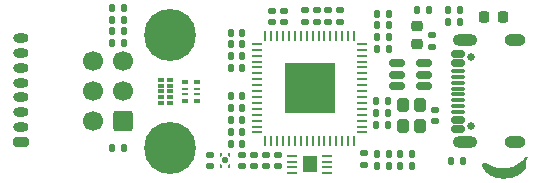
<source format=gbr>
%TF.GenerationSoftware,KiCad,Pcbnew,9.0.6*%
%TF.CreationDate,2025-12-29T16:38:57+01:00*%
%TF.ProjectId,Programmer_Board,50726f67-7261-46d6-9d65-725f426f6172,1.0*%
%TF.SameCoordinates,Original*%
%TF.FileFunction,Soldermask,Top*%
%TF.FilePolarity,Negative*%
%FSLAX46Y46*%
G04 Gerber Fmt 4.6, Leading zero omitted, Abs format (unit mm)*
G04 Created by KiCad (PCBNEW 9.0.6) date 2025-12-29 16:38:57*
%MOMM*%
%LPD*%
G01*
G04 APERTURE LIST*
G04 Aperture macros list*
%AMRoundRect*
0 Rectangle with rounded corners*
0 $1 Rounding radius*
0 $2 $3 $4 $5 $6 $7 $8 $9 X,Y pos of 4 corners*
0 Add a 4 corners polygon primitive as box body*
4,1,4,$2,$3,$4,$5,$6,$7,$8,$9,$2,$3,0*
0 Add four circle primitives for the rounded corners*
1,1,$1+$1,$2,$3*
1,1,$1+$1,$4,$5*
1,1,$1+$1,$6,$7*
1,1,$1+$1,$8,$9*
0 Add four rect primitives between the rounded corners*
20,1,$1+$1,$2,$3,$4,$5,0*
20,1,$1+$1,$4,$5,$6,$7,0*
20,1,$1+$1,$6,$7,$8,$9,0*
20,1,$1+$1,$8,$9,$2,$3,0*%
%AMFreePoly0*
4,1,6,0.180000,0.075000,0.000000,-0.105000,-0.180000,-0.105000,-0.180000,0.105000,0.180000,0.105000,0.180000,0.075000,0.180000,0.075000,$1*%
%AMFreePoly1*
4,1,6,0.180000,-0.075000,0.180000,-0.105000,-0.180000,-0.105000,-0.180000,0.105000,0.000000,0.105000,0.180000,-0.075000,0.180000,-0.075000,$1*%
%AMFreePoly2*
4,1,6,0.180000,-0.105000,0.000000,-0.105000,-0.180000,0.075000,-0.180000,0.105000,0.180000,0.105000,0.180000,-0.105000,0.180000,-0.105000,$1*%
%AMFreePoly3*
4,1,6,0.180000,-0.105000,-0.180000,-0.105000,-0.180000,-0.075000,0.000000,0.105000,0.180000,0.105000,0.180000,-0.105000,0.180000,-0.105000,$1*%
G04 Aperture macros list end*
%ADD10C,0.000000*%
%ADD11RoundRect,0.140000X0.140000X0.170000X-0.140000X0.170000X-0.140000X-0.170000X0.140000X-0.170000X0*%
%ADD12RoundRect,0.135000X0.135000X0.185000X-0.135000X0.185000X-0.135000X-0.185000X0.135000X-0.185000X0*%
%ADD13RoundRect,0.135000X-0.135000X-0.185000X0.135000X-0.185000X0.135000X0.185000X-0.135000X0.185000X0*%
%ADD14RoundRect,0.062500X0.337500X0.062500X-0.337500X0.062500X-0.337500X-0.062500X0.337500X-0.062500X0*%
%ADD15RoundRect,0.062500X0.062500X0.337500X-0.062500X0.337500X-0.062500X-0.337500X0.062500X-0.337500X0*%
%ADD16R,4.350000X4.350000*%
%ADD17RoundRect,0.135000X0.185000X-0.135000X0.185000X0.135000X-0.185000X0.135000X-0.185000X-0.135000X0*%
%ADD18RoundRect,0.147500X0.172500X-0.147500X0.172500X0.147500X-0.172500X0.147500X-0.172500X-0.147500X0*%
%ADD19RoundRect,0.250000X0.250000X-0.325000X0.250000X0.325000X-0.250000X0.325000X-0.250000X-0.325000X0*%
%ADD20RoundRect,0.147500X0.147500X0.172500X-0.147500X0.172500X-0.147500X-0.172500X0.147500X-0.172500X0*%
%ADD21RoundRect,0.075000X0.200000X-0.075000X0.200000X0.075000X-0.200000X0.075000X-0.200000X-0.075000X0*%
%ADD22RoundRect,0.140000X-0.170000X0.140000X-0.170000X-0.140000X0.170000X-0.140000X0.170000X0.140000X0*%
%ADD23FreePoly0,270.000000*%
%ADD24FreePoly1,270.000000*%
%ADD25FreePoly2,270.000000*%
%ADD26FreePoly3,270.000000*%
%ADD27RoundRect,0.120000X-0.169706X0.000000X0.000000X-0.169706X0.169706X0.000000X0.000000X0.169706X0*%
%ADD28RoundRect,0.140000X0.170000X-0.140000X0.170000X0.140000X-0.170000X0.140000X-0.170000X-0.140000X0*%
%ADD29RoundRect,0.062500X0.325000X0.062500X-0.325000X0.062500X-0.325000X-0.062500X0.325000X-0.062500X0*%
%ADD30R,1.300000X1.400000*%
%ADD31R,0.550000X0.365000*%
%ADD32R,0.550000X0.250000*%
%ADD33RoundRect,0.218750X0.218750X0.256250X-0.218750X0.256250X-0.218750X-0.256250X0.218750X-0.256250X0*%
%ADD34C,0.700000*%
%ADD35C,4.400000*%
%ADD36RoundRect,0.150000X0.512500X0.150000X-0.512500X0.150000X-0.512500X-0.150000X0.512500X-0.150000X0*%
%ADD37RoundRect,0.250000X0.600000X0.600000X-0.600000X0.600000X-0.600000X-0.600000X0.600000X-0.600000X0*%
%ADD38C,1.700000*%
%ADD39RoundRect,0.225000X0.250000X-0.225000X0.250000X0.225000X-0.250000X0.225000X-0.250000X-0.225000X0*%
%ADD40RoundRect,0.147500X-0.147500X-0.172500X0.147500X-0.172500X0.147500X0.172500X-0.147500X0.172500X0*%
%ADD41C,0.650000*%
%ADD42RoundRect,0.150000X0.425000X-0.150000X0.425000X0.150000X-0.425000X0.150000X-0.425000X-0.150000X0*%
%ADD43RoundRect,0.075000X0.500000X-0.075000X0.500000X0.075000X-0.500000X0.075000X-0.500000X-0.075000X0*%
%ADD44O,2.100000X1.000000*%
%ADD45O,1.800000X1.000000*%
%ADD46RoundRect,0.200000X0.450000X-0.200000X0.450000X0.200000X-0.450000X0.200000X-0.450000X-0.200000X0*%
%ADD47O,1.300000X0.800000*%
G04 APERTURE END LIST*
D10*
%TO.C,G\u002A\u002A\u002A*%
G36*
X177067046Y-109327056D02*
G01*
X177074630Y-109339590D01*
X177080075Y-109363282D01*
X177083044Y-109395197D01*
X177083198Y-109432407D01*
X177081862Y-109455272D01*
X177077364Y-109510207D01*
X177096251Y-109498316D01*
X177109789Y-109488349D01*
X177130289Y-109471584D01*
X177154299Y-109450880D01*
X177166468Y-109440014D01*
X177194506Y-109414949D01*
X177214295Y-109398450D01*
X177227967Y-109389389D01*
X177237651Y-109386646D01*
X177245484Y-109389094D01*
X177252503Y-109394618D01*
X177268929Y-109405663D01*
X177289564Y-109415233D01*
X177290074Y-109415417D01*
X177313938Y-109423897D01*
X177259258Y-109508145D01*
X177234147Y-109547753D01*
X177215444Y-109580417D01*
X177201685Y-109610051D01*
X177191397Y-109640559D01*
X177183113Y-109675857D01*
X177175367Y-109719857D01*
X177172204Y-109740011D01*
X177169377Y-109762826D01*
X177167648Y-109788743D01*
X177167036Y-109819731D01*
X177167560Y-109857760D01*
X177169232Y-109904798D01*
X177172071Y-109962809D01*
X177174395Y-110004690D01*
X177174413Y-110046870D01*
X177170712Y-110097849D01*
X177163886Y-110152898D01*
X177154532Y-110207291D01*
X177143240Y-110256293D01*
X177142329Y-110259635D01*
X177125127Y-110309585D01*
X177099264Y-110367485D01*
X177065830Y-110430973D01*
X177047769Y-110462150D01*
X176985247Y-110554239D01*
X176909635Y-110643198D01*
X176821815Y-110728469D01*
X176722668Y-110809509D01*
X176613067Y-110885753D01*
X176493896Y-110956651D01*
X176366029Y-111021654D01*
X176230351Y-111080207D01*
X176087734Y-111131753D01*
X175939060Y-111175741D01*
X175898043Y-111186238D01*
X175755761Y-111218237D01*
X175618926Y-111242059D01*
X175483385Y-111258152D01*
X175344983Y-111266964D01*
X175199564Y-111268945D01*
X175140626Y-111267974D01*
X174957653Y-111256520D01*
X174776681Y-111231019D01*
X174597957Y-111191519D01*
X174421724Y-111138062D01*
X174389928Y-111126833D01*
X174281206Y-111082355D01*
X174170861Y-111027400D01*
X174062653Y-110964199D01*
X173960342Y-110894979D01*
X173867686Y-110821966D01*
X173850842Y-110807281D01*
X173826568Y-110785380D01*
X173805687Y-110765891D01*
X173790913Y-110751382D01*
X173785679Y-110745593D01*
X173774126Y-110732532D01*
X173758678Y-110717342D01*
X173758133Y-110716842D01*
X173743843Y-110702204D01*
X173722449Y-110677792D01*
X173693547Y-110643141D01*
X173656745Y-110597779D01*
X173637383Y-110573596D01*
X173625220Y-110557007D01*
X173617612Y-110544105D01*
X173616753Y-110541781D01*
X173609292Y-110529710D01*
X173606965Y-110527767D01*
X173598659Y-110518030D01*
X173585139Y-110497615D01*
X173567549Y-110468532D01*
X173547035Y-110432805D01*
X173524746Y-110392448D01*
X173501821Y-110349480D01*
X173479412Y-110305919D01*
X173468044Y-110283096D01*
X173455934Y-110255732D01*
X173441665Y-110219317D01*
X173426711Y-110178091D01*
X173412545Y-110136288D01*
X173400646Y-110098152D01*
X173392485Y-110067917D01*
X173391334Y-110062725D01*
X173386063Y-110037457D01*
X173427606Y-110014773D01*
X173455713Y-109996629D01*
X173485099Y-109973356D01*
X173503388Y-109956089D01*
X173522457Y-109936147D01*
X173539027Y-109919011D01*
X173549146Y-109908755D01*
X173564397Y-109902762D01*
X173590355Y-109902666D01*
X173625000Y-109908079D01*
X173666299Y-109918611D01*
X173712231Y-109933874D01*
X173743126Y-109945949D01*
X173787482Y-109964567D01*
X173828773Y-109982406D01*
X173864682Y-109998421D01*
X173892883Y-110011567D01*
X173911051Y-110020803D01*
X173914614Y-110022921D01*
X173924987Y-110028525D01*
X173944499Y-110038198D01*
X173969384Y-110050081D01*
X173975835Y-110053099D01*
X174001088Y-110065248D01*
X174035095Y-110082138D01*
X174074058Y-110101858D01*
X174114183Y-110122492D01*
X174129652Y-110130547D01*
X174164811Y-110148746D01*
X174196110Y-110164612D01*
X174221146Y-110176950D01*
X174237515Y-110184571D01*
X174242245Y-110186400D01*
X174255888Y-110191607D01*
X174273996Y-110200484D01*
X174275249Y-110201163D01*
X174293412Y-110210122D01*
X174307709Y-110215596D01*
X174308372Y-110215759D01*
X174323819Y-110220763D01*
X174348663Y-110230389D01*
X174379421Y-110243261D01*
X174390538Y-110248102D01*
X174413658Y-110257168D01*
X174447452Y-110268973D01*
X174488880Y-110282583D01*
X174534896Y-110297055D01*
X174582462Y-110311448D01*
X174628536Y-110324822D01*
X174670077Y-110336236D01*
X174699849Y-110343765D01*
X174867805Y-110377216D01*
X175036764Y-110398189D01*
X175205261Y-110406679D01*
X175371829Y-110402682D01*
X175535001Y-110386192D01*
X175693308Y-110357207D01*
X175736303Y-110346918D01*
X175846177Y-110316565D01*
X175946550Y-110282840D01*
X176042048Y-110243907D01*
X176137289Y-110197919D01*
X176212907Y-110156793D01*
X176251182Y-110134669D01*
X176285746Y-110113615D01*
X176319210Y-110091833D01*
X176354191Y-110067532D01*
X176393303Y-110038918D01*
X176439151Y-110004198D01*
X176472127Y-109978800D01*
X176536697Y-109932558D01*
X176610771Y-109886575D01*
X176696106Y-109839795D01*
X176748645Y-109813263D01*
X176798995Y-109787656D01*
X176838671Y-109764920D01*
X176870225Y-109742747D01*
X176896200Y-109718826D01*
X176919150Y-109690851D01*
X176941622Y-109656510D01*
X176963185Y-109618906D01*
X177001649Y-109543015D01*
X177028787Y-109474830D01*
X177044798Y-109413756D01*
X177049878Y-109359205D01*
X177049874Y-109358784D01*
X177051779Y-109335037D01*
X177057980Y-109324819D01*
X177067046Y-109327056D01*
G37*
%TD*%
D11*
%TO.C,C203*%
X153100000Y-99900000D03*
X152140000Y-99900000D03*
%TD*%
D12*
%TO.C,R202*%
X165500000Y-109200000D03*
X164480000Y-109200000D03*
%TD*%
D13*
%TO.C,R201*%
X164410000Y-106700000D03*
X165430000Y-106700000D03*
%TD*%
D11*
%TO.C,C208*%
X153100000Y-104300000D03*
X152140000Y-104300000D03*
%TD*%
D12*
%TO.C,R203*%
X167510000Y-110200000D03*
X166490000Y-110200000D03*
%TD*%
D14*
%TO.C,U201*%
X163270000Y-107360000D03*
X163270000Y-106860000D03*
X163270000Y-106360000D03*
X163270000Y-105860000D03*
X163270000Y-105360000D03*
X163270000Y-104860000D03*
X163270000Y-104360000D03*
X163270000Y-103860000D03*
X163270000Y-103360000D03*
X163270000Y-102860000D03*
X163270000Y-102360000D03*
X163270000Y-101860000D03*
X163270000Y-101360000D03*
X163270000Y-100860000D03*
X163270000Y-100360000D03*
X163270000Y-99860000D03*
D15*
X162570000Y-99160000D03*
X162070000Y-99160000D03*
X161570000Y-99160000D03*
X161070000Y-99160000D03*
X160570000Y-99160000D03*
X160070000Y-99160000D03*
X159570000Y-99160000D03*
X159070000Y-99160000D03*
X158570000Y-99160000D03*
X158070000Y-99160000D03*
X157570000Y-99160000D03*
X157070000Y-99160000D03*
X156570000Y-99160000D03*
X156070000Y-99160000D03*
X155570000Y-99160000D03*
X155070000Y-99160000D03*
D14*
X154370000Y-99860000D03*
X154370000Y-100360000D03*
X154370000Y-100860000D03*
X154370000Y-101360000D03*
X154370000Y-101860000D03*
X154370000Y-102360000D03*
X154370000Y-102860000D03*
X154370000Y-103360000D03*
X154370000Y-103860000D03*
X154370000Y-104360000D03*
X154370000Y-104860000D03*
X154370000Y-105360000D03*
X154370000Y-105860000D03*
X154370000Y-106360000D03*
X154370000Y-106860000D03*
X154370000Y-107360000D03*
D15*
X155070000Y-108060000D03*
X155570000Y-108060000D03*
X156070000Y-108060000D03*
X156570000Y-108060000D03*
X157070000Y-108060000D03*
X157570000Y-108060000D03*
X158070000Y-108060000D03*
X158570000Y-108060000D03*
X159070000Y-108060000D03*
X159570000Y-108060000D03*
X160070000Y-108060000D03*
X160570000Y-108060000D03*
X161070000Y-108060000D03*
X161570000Y-108060000D03*
X162070000Y-108060000D03*
X162570000Y-108060000D03*
D16*
X158820000Y-103610000D03*
%TD*%
D17*
%TO.C,R212*%
X159400000Y-98020000D03*
X159400000Y-97000000D03*
%TD*%
%TO.C,R213*%
X158400000Y-98020000D03*
X158400000Y-97000000D03*
%TD*%
D18*
%TO.C,D104*%
X169200000Y-100100000D03*
X169200000Y-99130000D03*
%TD*%
D19*
%TO.C,Y201*%
X168120000Y-106795000D03*
X168120000Y-105045000D03*
X166720000Y-105045000D03*
X166720000Y-106795000D03*
%TD*%
D20*
%TO.C,D101*%
X143085000Y-108700000D03*
X142115000Y-108700000D03*
%TD*%
D12*
%TO.C,R204*%
X167500000Y-109200000D03*
X166480000Y-109200000D03*
%TD*%
D21*
%TO.C,U1*%
X146960000Y-104890000D03*
X146960000Y-104390000D03*
X146960000Y-103890000D03*
X146960000Y-103390000D03*
X146960000Y-102890000D03*
X146190000Y-102890000D03*
X146190000Y-103390000D03*
X146190000Y-103890000D03*
X146190000Y-104390000D03*
X146190000Y-104890000D03*
%TD*%
D11*
%TO.C,C215*%
X153100000Y-101900000D03*
X152140000Y-101900000D03*
%TD*%
D22*
%TO.C,C213*%
X155120000Y-109240000D03*
X155120000Y-110200000D03*
%TD*%
D13*
%TO.C,R103*%
X142100000Y-96800000D03*
X143120000Y-96800000D03*
%TD*%
D11*
%TO.C,C202*%
X153100000Y-105300000D03*
X152140000Y-105300000D03*
%TD*%
D13*
%TO.C,R105*%
X170490000Y-97000000D03*
X171510000Y-97000000D03*
%TD*%
%TO.C,R104*%
X170790000Y-109800000D03*
X171810000Y-109800000D03*
%TD*%
D23*
%TO.C,U102*%
X151960000Y-109300000D03*
D24*
X151310000Y-109300000D03*
D25*
X151960000Y-110160000D03*
D26*
X151310000Y-110160000D03*
D27*
X151635000Y-109730000D03*
%TD*%
D28*
%TO.C,C102*%
X150360000Y-110230000D03*
X150360000Y-109270000D03*
%TD*%
D29*
%TO.C,U202*%
X160282500Y-110820000D03*
X160282500Y-110320000D03*
X160282500Y-109820000D03*
X160282500Y-109320000D03*
X157357500Y-109320000D03*
X157357500Y-109820000D03*
X157357500Y-110320000D03*
X157357500Y-110820000D03*
D30*
X158820000Y-110070000D03*
%TD*%
D31*
%TO.C,R101*%
X149300000Y-104697000D03*
D32*
X149300000Y-104140000D03*
X149300000Y-103640000D03*
D31*
X149300000Y-103083000D03*
X148250000Y-103083000D03*
D32*
X148250000Y-103640000D03*
X148250000Y-104140000D03*
D31*
X148250000Y-104697000D03*
%TD*%
D22*
%TO.C,C211*%
X153120000Y-109240000D03*
X153120000Y-110200000D03*
%TD*%
D28*
%TO.C,C205*%
X169420000Y-106400000D03*
X169420000Y-105440000D03*
%TD*%
D22*
%TO.C,C12*%
X154120000Y-109240000D03*
X154120000Y-110200000D03*
%TD*%
D11*
%TO.C,C103*%
X153100000Y-108300000D03*
X152140000Y-108300000D03*
%TD*%
D13*
%TO.C,R208*%
X164490000Y-99300000D03*
X165510000Y-99300000D03*
%TD*%
D11*
%TO.C,C204*%
X153100000Y-100900000D03*
X152140000Y-100900000D03*
%TD*%
D33*
%TO.C,D105*%
X175187500Y-97600000D03*
X173612500Y-97600000D03*
%TD*%
D12*
%TO.C,R106*%
X168910000Y-97000000D03*
X167890000Y-97000000D03*
%TD*%
D34*
%TO.C,H101*%
X145350000Y-99140000D03*
X145833274Y-97973274D03*
X145833274Y-100306726D03*
X147000000Y-97490000D03*
D35*
X147000000Y-99140000D03*
D34*
X147000000Y-100790000D03*
X148166726Y-97973274D03*
X148166726Y-100306726D03*
X148650000Y-99140000D03*
%TD*%
D28*
%TO.C,C207*%
X156620000Y-98000000D03*
X156620000Y-97040000D03*
%TD*%
D36*
%TO.C,U103*%
X168520000Y-103420000D03*
X168520000Y-102470000D03*
X168520000Y-101520000D03*
X166245000Y-101520000D03*
X166245000Y-102470000D03*
X166245000Y-103420000D03*
%TD*%
D37*
%TO.C,J101*%
X143040000Y-106400000D03*
D38*
X140500000Y-106400000D03*
X143040000Y-103860000D03*
X140500000Y-103860000D03*
X143040000Y-101320000D03*
X140500000Y-101320000D03*
%TD*%
D28*
%TO.C,C216*%
X156120000Y-110200000D03*
X156120000Y-109240000D03*
%TD*%
D12*
%TO.C,R207*%
X165460000Y-104700000D03*
X164440000Y-104700000D03*
%TD*%
D39*
%TO.C,C101*%
X167900000Y-99875000D03*
X167900000Y-98325000D03*
%TD*%
D13*
%TO.C,R210*%
X164490000Y-97300000D03*
X165510000Y-97300000D03*
%TD*%
D40*
%TO.C,FB202*%
X152135000Y-98900000D03*
X153105000Y-98900000D03*
%TD*%
D28*
%TO.C,C214*%
X163400000Y-110100000D03*
X163400000Y-109140000D03*
%TD*%
%TO.C,C210*%
X161400000Y-97990000D03*
X161400000Y-97030000D03*
%TD*%
D13*
%TO.C,R102*%
X142090000Y-99800000D03*
X143110000Y-99800000D03*
%TD*%
%TO.C,R205*%
X164490000Y-110200000D03*
X165510000Y-110200000D03*
%TD*%
D40*
%TO.C,FB201*%
X152135000Y-107300000D03*
X153105000Y-107300000D03*
%TD*%
D11*
%TO.C,C206*%
X165420000Y-105700000D03*
X164460000Y-105700000D03*
%TD*%
D12*
%TO.C,R206*%
X165510000Y-100300000D03*
X164490000Y-100300000D03*
%TD*%
D34*
%TO.C,H102*%
X145350000Y-108640000D03*
X145833274Y-107473274D03*
X145833274Y-109806726D03*
X147000000Y-106990000D03*
D35*
X147000000Y-108640000D03*
D34*
X147000000Y-110290000D03*
X148166726Y-107473274D03*
X148166726Y-109806726D03*
X148650000Y-108640000D03*
%TD*%
D40*
%TO.C,D103*%
X142100000Y-98800000D03*
X143070000Y-98800000D03*
%TD*%
D41*
%TO.C,J103*%
X172485000Y-106780000D03*
X172485000Y-101000000D03*
D42*
X171410000Y-107090000D03*
X171410000Y-106290000D03*
D43*
X171410000Y-105140000D03*
X171410000Y-104140000D03*
X171410000Y-103640000D03*
X171410000Y-102640000D03*
D42*
X171410000Y-101490000D03*
X171410000Y-100690000D03*
X171410000Y-100690000D03*
X171410000Y-101490000D03*
D43*
X171410000Y-102140000D03*
X171410000Y-103140000D03*
X171410000Y-104640000D03*
X171410000Y-105640000D03*
D42*
X171410000Y-106290000D03*
X171410000Y-107090000D03*
D44*
X171985000Y-108210000D03*
D45*
X176165000Y-108210000D03*
D44*
X171985000Y-99570000D03*
D45*
X176165000Y-99570000D03*
%TD*%
D13*
%TO.C,R209*%
X164490000Y-98300000D03*
X165510000Y-98300000D03*
%TD*%
D11*
%TO.C,C201*%
X153100000Y-106300000D03*
X152140000Y-106300000D03*
%TD*%
D28*
%TO.C,C209*%
X155620000Y-98000000D03*
X155620000Y-97040000D03*
%TD*%
D12*
%TO.C,R107*%
X171510000Y-98000000D03*
X170490000Y-98000000D03*
%TD*%
D40*
%TO.C,D102*%
X142100000Y-97800000D03*
X143070000Y-97800000D03*
%TD*%
D17*
%TO.C,R211*%
X160400000Y-98020000D03*
X160400000Y-97000000D03*
%TD*%
D46*
%TO.C,J102*%
X134340000Y-108145000D03*
D47*
X134340000Y-106895000D03*
X134340000Y-105645000D03*
X134340000Y-104395000D03*
X134340000Y-103145000D03*
X134340000Y-101895000D03*
X134340000Y-100645000D03*
X134340000Y-99395000D03*
%TD*%
M02*

</source>
